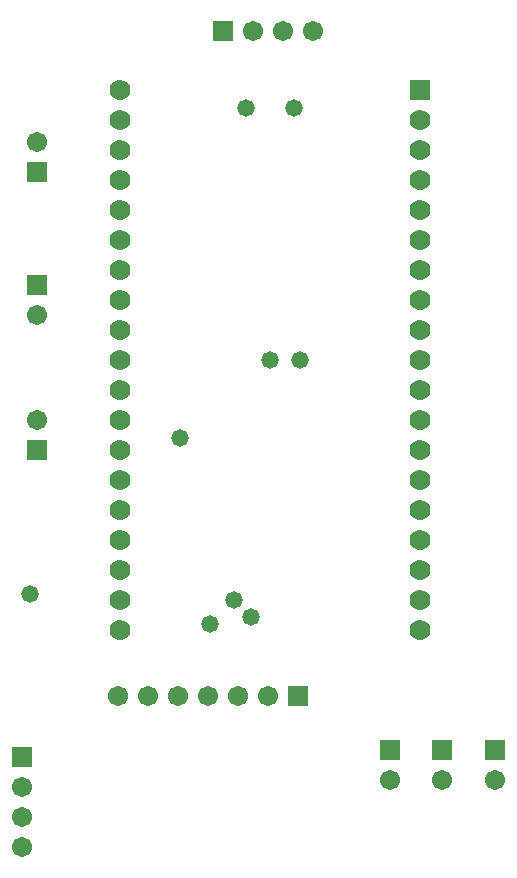
<source format=gbs>
G04*
G04 #@! TF.GenerationSoftware,Altium Limited,Altium Designer,23.3.1 (30)*
G04*
G04 Layer_Color=16711935*
%FSLAX25Y25*%
%MOIN*%
G70*
G04*
G04 #@! TF.SameCoordinates,3938952C-0909-4C2D-B6D7-9D2AFB1CA47D*
G04*
G04*
G04 #@! TF.FilePolarity,Negative*
G04*
G01*
G75*
%ADD15C,0.06942*%
%ADD16R,0.06942X0.06942*%
%ADD17R,0.06706X0.06706*%
%ADD18C,0.06706*%
%ADD19R,0.06706X0.06706*%
%ADD20C,0.05800*%
D15*
X510000Y230000D02*
D03*
Y240000D02*
D03*
Y250000D02*
D03*
Y260000D02*
D03*
Y270000D02*
D03*
Y280000D02*
D03*
Y290000D02*
D03*
Y300000D02*
D03*
Y310000D02*
D03*
Y320000D02*
D03*
Y330000D02*
D03*
Y340000D02*
D03*
Y350000D02*
D03*
Y360000D02*
D03*
Y370000D02*
D03*
Y380000D02*
D03*
Y390000D02*
D03*
Y400000D02*
D03*
Y410000D02*
D03*
X610000Y240000D02*
D03*
Y250000D02*
D03*
Y260000D02*
D03*
Y270000D02*
D03*
Y280000D02*
D03*
Y290000D02*
D03*
Y300000D02*
D03*
Y310000D02*
D03*
Y320000D02*
D03*
Y330000D02*
D03*
Y340000D02*
D03*
Y350000D02*
D03*
Y360000D02*
D03*
Y370000D02*
D03*
Y380000D02*
D03*
Y390000D02*
D03*
Y230000D02*
D03*
Y400000D02*
D03*
D16*
Y410000D02*
D03*
D17*
X544500Y429500D02*
D03*
X569500Y208000D02*
D03*
D18*
X554500Y429500D02*
D03*
X564500D02*
D03*
X574500D02*
D03*
X477500Y177500D02*
D03*
Y167500D02*
D03*
Y157500D02*
D03*
X600000Y180000D02*
D03*
X482500Y335000D02*
D03*
Y392500D02*
D03*
Y300000D02*
D03*
X509500Y208000D02*
D03*
X519500D02*
D03*
X529500D02*
D03*
X539500D02*
D03*
X549500D02*
D03*
X559500D02*
D03*
X635000Y180000D02*
D03*
X617500D02*
D03*
D19*
X477500Y187500D02*
D03*
X600000Y190000D02*
D03*
X482500Y345000D02*
D03*
Y382500D02*
D03*
Y290000D02*
D03*
X635000Y190000D02*
D03*
X617500D02*
D03*
D20*
X480000Y242000D02*
D03*
X530000Y294000D02*
D03*
X540172Y231828D02*
D03*
X548172Y239828D02*
D03*
X553828Y234172D02*
D03*
X570000Y320000D02*
D03*
X560000D02*
D03*
X568000Y404000D02*
D03*
X552000D02*
D03*
M02*

</source>
